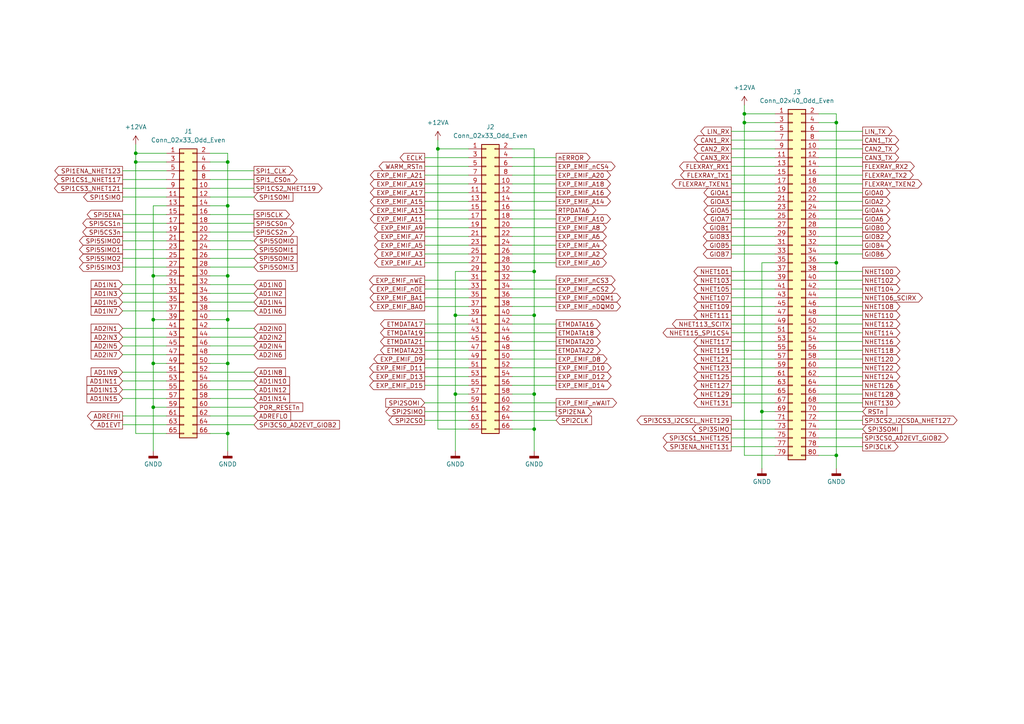
<source format=kicad_sch>
(kicad_sch (version 20211123) (generator eeschema)
  (paper "A4")
  (title_block (title "TMS570_Connector") (date "2022-07-01") (rev "rev01"))
  (lib_symbols
    (symbol "+12VA_1" (power) (pin_names (offset 0))
      (property "Value" "+12VA_1" (at 0 3.556 0))
      (symbol "+12VA_1_1_1"
        (pin power_in line (at 0 0 90) (length 0) hide (name "+12VA") (number "1"))
      )
    )
    (symbol "+12VA_2" (power) (pin_names (offset 0))
      (property "Value" "+12VA_2" (at 0 3.556 0))
      (symbol "+12VA_2_1_1"
        (pin power_in line (at 0 0 90) (length 0) hide (name "+12VA") (number "1"))
      )
    )
    (symbol "Connector_Generic:Conn_02x33_Odd_Even" (pin_names (offset 1.016) hide)
      (property "Reference" "J" (at 1.27 43.18 0))
      (property "Value" "Conn_02x33_Odd_Even" (at 1.27 -43.18 0))
      (symbol "Conn_02x33_Odd_Even_1_1"
        (pin passive line (at -5.08 40.64 0) (length 3.81) (name "Pin_1") (number "1"))
        (pin passive line (at 7.62 30.48 180) (length 3.81) (name "Pin_10") (number "10"))
        (pin passive line (at -5.08 27.94 0) (length 3.81) (name "Pin_11") (number "11"))
        (pin passive line (at 7.62 27.94 180) (length 3.81) (name "Pin_12") (number "12"))
        (pin passive line (at -5.08 25.4 0) (length 3.81) (name "Pin_13") (number "13"))
        (pin passive line (at 7.62 25.4 180) (length 3.81) (name "Pin_14") (number "14"))
        (pin passive line (at -5.08 22.86 0) (length 3.81) (name "Pin_15") (number "15"))
        (pin passive line (at 7.62 22.86 180) (length 3.81) (name "Pin_16") (number "16"))
        (pin passive line (at -5.08 20.32 0) (length 3.81) (name "Pin_17") (number "17"))
        (pin passive line (at 7.62 20.32 180) (length 3.81) (name "Pin_18") (number "18"))
        (pin passive line (at -5.08 17.78 0) (length 3.81) (name "Pin_19") (number "19"))
        (pin passive line (at 7.62 40.64 180) (length 3.81) (name "Pin_2") (number "2"))
        (pin passive line (at 7.62 17.78 180) (length 3.81) (name "Pin_20") (number "20"))
        (pin passive line (at -5.08 15.24 0) (length 3.81) (name "Pin_21") (number "21"))
        (pin passive line (at 7.62 15.24 180) (length 3.81) (name "Pin_22") (number "22"))
        (pin passive line (at -5.08 12.7 0) (length 3.81) (name "Pin_23") (number "23"))
        (pin passive line (at 7.62 12.7 180) (length 3.81) (name "Pin_24") (number "24"))
        (pin passive line (at -5.08 10.16 0) (length 3.81) (name "Pin_25") (number "25"))
        (pin passive line (at 7.62 10.16 180) (length 3.81) (name "Pin_26") (number "26"))
        (pin passive line (at -5.08 7.62 0) (length 3.81) (name "Pin_27") (number "27"))
        (pin passive line (at 7.62 7.62 180) (length 3.81) (name "Pin_28") (number "28"))
        (pin passive line (at -5.08 5.08 0) (length 3.81) (name "Pin_29") (number "29"))
        (pin passive line (at -5.08 38.1 0) (length 3.81) (name "Pin_3") (number "3"))
        (pin passive line (at 7.62 5.08 180) (length 3.81) (name "Pin_30") (number "30"))
        (pin passive line (at -5.08 2.54 0) (length 3.81) (name "Pin_31") (number "31"))
        (pin passive line (at 7.62 2.54 180) (length 3.81) (name "Pin_32") (number "32"))
        (pin passive line (at -5.08 0 0) (length 3.81) (name "Pin_33") (number "33"))
        (pin passive line (at 7.62 0 180) (length 3.81) (name "Pin_34") (number "34"))
        (pin passive line (at -5.08 -2.54 0) (length 3.81) (name "Pin_35") (number "35"))
        (pin passive line (at 7.62 -2.54 180) (length 3.81) (name "Pin_36") (number "36"))
        (pin passive line (at -5.08 -5.08 0) (length 3.81) (name "Pin_37") (number "37"))
        (pin passive line (at 7.62 -5.08 180) (length 3.81) (name "Pin_38") (number "38"))
        (pin passive line (at -5.08 -7.62 0) (length 3.81) (name "Pin_39") (number "39"))
        (pin passive line (at 7.62 38.1 180) (length 3.81) (name "Pin_4") (number "4"))
        (pin passive line (at 7.62 -7.62 180) (length 3.81) (name "Pin_40") (number "40"))
        (pin passive line (at -5.08 -10.16 0) (length 3.81) (name "Pin_41") (number "41"))
        (pin passive line (at 7.62 -10.16 180) (length 3.81) (name "Pin_42") (number "42"))
        (pin passive line (at -5.08 -12.7 0) (length 3.81) (name "Pin_43") (number "43"))
        (pin passive line (at 7.62 -12.7 180) (length 3.81) (name "Pin_44") (number "44"))
        (pin passive line (at -5.08 -15.24 0) (length 3.81) (name "Pin_45") (number "45"))
        (pin passive line (at 7.62 -15.24 180) (length 3.81) (name "Pin_46") (number "46"))
        (pin passive line (at -5.08 -17.78 0) (length 3.81) (name "Pin_47") (number "47"))
        (pin passive line (at 7.62 -17.78 180) (length 3.81) (name "Pin_48") (number "48"))
        (pin passive line (at -5.08 -20.32 0) (length 3.81) (name "Pin_49") (number "49"))
        (pin passive line (at -5.08 35.56 0) (length 3.81) (name "Pin_5") (number "5"))
        (pin passive line (at 7.62 -20.32 180) (length 3.81) (name "Pin_50") (number "50"))
        (pin passive line (at -5.08 -22.86 0) (length 3.81) (name "Pin_51") (number "51"))
        (pin passive line (at 7.62 -22.86 180) (length 3.81) (name "Pin_52") (number "52"))
        (pin passive line (at -5.08 -25.4 0) (length 3.81) (name "Pin_53") (number "53"))
        (pin passive line (at 7.62 -25.4 180) (length 3.81) (name "Pin_54") (number "54"))
        (pin passive line (at -5.08 -27.94 0) (length 3.81) (name "Pin_55") (number "55"))
        (pin passive line (at 7.62 -27.94 180) (length 3.81) (name "Pin_56") (number "56"))
        (pin passive line (at -5.08 -30.48 0) (length 3.81) (name "Pin_57") (number "57"))
        (pin passive line (at 7.62 -30.48 180) (length 3.81) (name "Pin_58") (number "58"))
        (pin passive line (at -5.08 -33.02 0) (length 3.81) (name "Pin_59") (number "59"))
        (pin passive line (at 7.62 35.56 180) (length 3.81) (name "Pin_6") (number "6"))
        (pin passive line (at 7.62 -33.02 180) (length 3.81) (name "Pin_60") (number "60"))
        (pin passive line (at -5.08 -35.56 0) (length 3.81) (name "Pin_61") (number "61"))
        (pin passive line (at 7.62 -35.56 180) (length 3.81) (name "Pin_62") (number "62"))
        (pin passive line (at -5.08 -38.1 0) (length 3.81) (name "Pin_63") (number "63"))
        (pin passive line (at 7.62 -38.1 180) (length 3.81) (name "Pin_64") (number "64"))
        (pin passive line (at -5.08 -40.64 0) (length 3.81) (name "Pin_65") (number "65"))
        (pin passive line (at 7.62 -40.64 180) (length 3.81) (name "Pin_66") (number "66"))
        (pin passive line (at -5.08 33.02 0) (length 3.81) (name "Pin_7") (number "7"))
        (pin passive line (at 7.62 33.02 180) (length 3.81) (name "Pin_8") (number "8"))
        (pin passive line (at -5.08 30.48 0) (length 3.81) (name "Pin_9") (number "9"))
      )
    )
    (symbol "Connector_Generic:Conn_02x40_Odd_Even" (pin_names (offset 1.016) hide)
      (property "Reference" "J" (at 1.27 50.8 0))
      (property "Value" "Conn_02x40_Odd_Even" (at 1.27 -53.34 0))
      (symbol "Conn_02x40_Odd_Even_1_1"
        (pin passive line (at -5.08 48.26 0) (length 3.81) (name "Pin_1") (number "1"))
        (pin passive line (at 7.62 38.1 180) (length 3.81) (name "Pin_10") (number "10"))
        (pin passive line (at -5.08 35.56 0) (length 3.81) (name "Pin_11") (number "11"))
        (pin passive line (at 7.62 35.56 180) (length 3.81) (name "Pin_12") (number "12"))
        (pin passive line (at -5.08 33.02 0) (length 3.81) (name "Pin_13") (number "13"))
        (pin passive line (at 7.62 33.02 180) (length 3.81) (name "Pin_14") (number "14"))
        (pin passive line (at -5.08 30.48 0) (length 3.81) (name "Pin_15") (number "15"))
        (pin passive line (at 7.62 30.48 180) (length 3.81) (name "Pin_16") (number "16"))
        (pin passive line (at -5.08 27.94 0) (length 3.81) (name "Pin_17") (number "17"))
        (pin passive line (at 7.62 27.94 180) (length 3.81) (name "Pin_18") (number "18"))
        (pin passive line (at -5.08 25.4 0) (length 3.81) (name "Pin_19") (number "19"))
        (pin passive line (at 7.62 48.26 180) (length 3.81) (name "Pin_2") (number "2"))
        (pin passive line (at 7.62 25.4 180) (length 3.81) (name "Pin_20") (number "20"))
        (pin passive line (at -5.08 22.86 0) (length 3.81) (name "Pin_21") (number "21"))
        (pin passive line (at 7.62 22.86 180) (length 3.81) (name "Pin_22") (number "22"))
        (pin passive line (at -5.08 20.32 0) (length 3.81) (name "Pin_23") (number "23"))
        (pin passive line (at 7.62 20.32 180) (length 3.81) (name "Pin_24") (number "24"))
        (pin passive line (at -5.08 17.78 0) (length 3.81) (name "Pin_25") (number "25"))
        (pin passive line (at 7.62 17.78 180) (length 3.81) (name "Pin_26") (number "26"))
        (pin passive line (at -5.08 15.24 0) (length 3.81) (name "Pin_27") (number "27"))
        (pin passive line (at 7.62 15.24 180) (length 3.81) (name "Pin_28") (number "28"))
        (pin passive line (at -5.08 12.7 0) (length 3.81) (name "Pin_29") (number "29"))
        (pin passive line (at -5.08 45.72 0) (length 3.81) (name "Pin_3") (number "3"))
        (pin passive line (at 7.62 12.7 180) (length 3.81) (name "Pin_30") (number "30"))
        (pin passive line (at -5.08 10.16 0) (length 3.81) (name "Pin_31") (number "31"))
        (pin passive line (at 7.62 10.16 180) (length 3.81) (name "Pin_32") (number "32"))
        (pin passive line (at -5.08 7.62 0) (length 3.81) (name "Pin_33") (number "33"))
        (pin passive line (at 7.62 7.62 180) (length 3.81) (name "Pin_34") (number "34"))
        (pin passive line (at -5.08 5.08 0) (length 3.81) (name "Pin_35") (number "35"))
        (pin passive line (at 7.62 5.08 180) (length 3.81) (name "Pin_36") (number "36"))
        (pin passive line (at -5.08 2.54 0) (length 3.81) (name "Pin_37") (number "37"))
        (pin passive line (at 7.62 2.54 180) (length 3.81) (name "Pin_38") (number "38"))
        (pin passive line (at -5.08 0 0) (length 3.81) (name "Pin_39") (number "39"))
        (pin passive line (at 7.62 45.72 180) (length 3.81) (name "Pin_4") (number "4"))
        (pin passive line (at 7.62 0 180) (length 3.81) (name "Pin_40") (number "40"))
        (pin passive line (at -5.08 -2.54 0) (length 3.81) (name "Pin_41") (number "41"))
        (pin passive line (at 7.62 -2.54 180) (length 3.81) (name "Pin_42") (number "42"))
        (pin passive line (at -5.08 -5.08 0) (length 3.81) (name "Pin_43") (number "43"))
        (pin passive line (at 7.62 -5.08 180) (length 3.81) (name "Pin_44") (number "44"))
        (pin passive line (at -5.08 -7.62 0) (length 3.81) (name "Pin_45") (number "45"))
        (pin passive line (at 7.62 -7.62 180) (length 3.81) (name "Pin_46") (number "46"))
        (pin passive line (at -5.08 -10.16 0) (length 3.81) (name "Pin_47") (number "47"))
        (pin passive line (at 7.62 -10.16 180) (length 3.81) (name "Pin_48") (number "48"))
        (pin passive line (at -5.08 -12.7 0) (length 3.81) (name "Pin_49") (number "49"))
        (pin passive line (at -5.08 43.18 0) (length 3.81) (name "Pin_5") (number "5"))
        (pin passive line (at 7.62 -12.7 180) (length 3.81) (name "Pin_50") (number "50"))
        (pin passive line (at -5.08 -15.24 0) (length 3.81) (name "Pin_51") (number "51"))
        (pin passive line (at 7.62 -15.24 180) (length 3.81) (name "Pin_52") (number "52"))
        (pin passive line (at -5.08 -17.78 0) (length 3.81) (name "Pin_53") (number "53"))
        (pin passive line (at 7.62 -17.78 180) (length 3.81) (name "Pin_54") (number "54"))
        (pin passive line (at -5.08 -20.32 0) (length 3.81) (name "Pin_55") (number "55"))
        (pin passive line (at 7.62 -20.32 180) (length 3.81) (name "Pin_56") (number "56"))
        (pin passive line (at -5.08 -22.86 0) (length 3.81) (name "Pin_57") (number "57"))
        (pin passive line (at 7.62 -22.86 180) (length 3.81) (name "Pin_58") (number "58"))
        (pin passive line (at -5.08 -25.4 0) (length 3.81) (name "Pin_59") (number "59"))
        (pin passive line (at 7.62 43.18 180) (length 3.81) (name "Pin_6") (number "6"))
        (pin passive line (at 7.62 -25.4 180) (length 3.81) (name "Pin_60") (number "60"))
        (pin passive line (at -5.08 -27.94 0) (length 3.81) (name "Pin_61") (number "61"))
        (pin passive line (at 7.62 -27.94 180) (length 3.81) (name "Pin_62") (number "62"))
        (pin passive line (at -5.08 -30.48 0) (length 3.81) (name "Pin_63") (number "63"))
        (pin passive line (at 7.62 -30.48 180) (length 3.81) (name "Pin_64") (number "64"))
        (pin passive line (at -5.08 -33.02 0) (length 3.81) (name "Pin_65") (number "65"))
        (pin passive line (at 7.62 -33.02 180) (length 3.81) (name "Pin_66") (number "66"))
        (pin passive line (at -5.08 -35.56 0) (length 3.81) (name "Pin_67") (number "67"))
        (pin passive line (at 7.62 -35.56 180) (length 3.81) (name "Pin_68") (number "68"))
        (pin passive line (at -5.08 -38.1 0) (length 3.81) (name "Pin_69") (number "69"))
        (pin passive line (at -5.08 40.64 0) (length 3.81) (name "Pin_7") (number "7"))
        (pin passive line (at 7.62 -38.1 180) (length 3.81) (name "Pin_70") (number "70"))
        (pin passive line (at -5.08 -40.64 0) (length 3.81) (name "Pin_71") (number "71"))
        (pin passive line (at 7.62 -40.64 180) (length 3.81) (name "Pin_72") (number "72"))
        (pin passive line (at -5.08 -43.18 0) (length 3.81) (name "Pin_73") (number "73"))
        (pin passive line (at 7.62 -43.18 180) (length 3.81) (name "Pin_74") (number "74"))
        (pin passive line (at -5.08 -45.72 0) (length 3.81) (name "Pin_75") (number "75"))
        (pin passive line (at 7.62 -45.72 180) (length 3.81) (name "Pin_76") (number "76"))
        (pin passive line (at -5.08 -48.26 0) (length 3.81) (name "Pin_77") (number "77"))
        (pin passive line (at 7.62 -48.26 180) (length 3.81) (name "Pin_78") (number "78"))
        (pin passive line (at -5.08 -50.8 0) (length 3.81) (name "Pin_79") (number "79"))
        (pin passive line (at 7.62 40.64 180) (length 3.81) (name "Pin_8") (number "8"))
        (pin passive line (at 7.62 -50.8 180) (length 3.81) (name "Pin_80") (number "80"))
        (pin passive line (at -5.08 38.1 0) (length 3.81) (name "Pin_9") (number "9"))
      )
    )
    (symbol "power:+12VA" (power) (pin_names (offset 0))
      (property "Value" "+12VA" (at 0 3.556 0))
      (symbol "+12VA_1_1"
        (pin power_in line (at 0 0 90) (length 0) hide (name "+12VA") (number "1"))
      )
    )
    (symbol "power:GNDD" (power) (pin_names (offset 0))
      (property "Value" "GNDD" (at 0 -3.175 0))
      (symbol "GNDD_1_1"
        (pin power_in line (at 0 0 270) (length 0) hide (name "GNDD") (number "1"))
      )
    )
  )
  (junction (at 154.94 91.44))
  (junction (at 220.98 119.38))
  (junction (at 242.57 76.2))
  (junction (at 132.08 114.3))
  (junction (at 154.94 78.74))
  (junction (at 39.37 46.99))
  (junction (at 44.45 92.71))
  (junction (at 242.57 132.08))
  (junction (at 215.9 35.56))
  (junction (at 66.04 46.99))
  (junction (at 66.04 80.01))
  (junction (at 66.04 92.71))
  (junction (at 44.45 105.41))
  (junction (at 242.57 35.56))
  (junction (at 39.37 44.45))
  (junction (at 66.04 105.41))
  (junction (at 215.9 33.02))
  (junction (at 44.45 80.01))
  (junction (at 154.94 114.3))
  (junction (at 132.08 91.44))
  (junction (at 66.04 59.69))
  (junction (at 154.94 124.46))
  (junction (at 44.45 118.11))
  (junction (at 66.04 125.73))
  (junction (at 127 43.18))
  (wire (pts (xy 35.56 74.93) (xy 48.26 74.93)))
  (wire (pts (xy 60.96 57.15) (xy 73.66 57.15)))
  (wire (pts (xy 135.89 124.46) (xy 127 124.46)))
  (wire (pts (xy 123.19 99.06) (xy 135.89 99.06)))
  (wire (pts (xy 250.19 124.46) (xy 237.49 124.46)))
  (wire (pts (xy 35.56 87.63) (xy 48.26 87.63)))
  (wire (pts (xy 212.09 114.3) (xy 224.79 114.3)))
  (wire (pts (xy 60.96 110.49) (xy 73.66 110.49)))
  (wire (pts (xy 123.19 45.72) (xy 135.89 45.72)))
  (wire (pts (xy 123.19 119.38) (xy 135.89 119.38)))
  (wire (pts (xy 212.09 60.96) (xy 224.79 60.96)))
  (wire (pts (xy 212.09 45.72) (xy 224.79 45.72)))
  (wire (pts (xy 60.96 90.17) (xy 73.66 90.17)))
  (wire (pts (xy 60.96 120.65) (xy 73.66 120.65)))
  (wire (pts (xy 60.96 115.57) (xy 73.66 115.57)))
  (wire (pts (xy 60.96 92.71) (xy 66.04 92.71)))
  (wire (pts (xy 212.09 58.42) (xy 224.79 58.42)))
  (wire (pts (xy 44.45 105.41) (xy 44.45 118.11)))
  (wire (pts (xy 123.19 83.82) (xy 135.89 83.82)))
  (wire (pts (xy 242.57 132.08) (xy 242.57 76.2)))
  (wire (pts (xy 237.49 76.2) (xy 242.57 76.2)))
  (wire (pts (xy 250.19 93.98) (xy 237.49 93.98)))
  (wire (pts (xy 48.26 125.73) (xy 39.37 125.73)))
  (wire (pts (xy 123.19 116.84) (xy 135.89 116.84)))
  (wire (pts (xy 127 43.18) (xy 135.89 43.18)))
  (wire (pts (xy 161.29 48.26) (xy 148.59 48.26)))
  (wire (pts (xy 60.96 102.87) (xy 73.66 102.87)))
  (wire (pts (xy 161.29 63.5) (xy 148.59 63.5)))
  (wire (pts (xy 161.29 106.68) (xy 148.59 106.68)))
  (wire (pts (xy 60.96 85.09) (xy 73.66 85.09)))
  (wire (pts (xy 250.19 111.76) (xy 237.49 111.76)))
  (wire (pts (xy 161.29 99.06) (xy 148.59 99.06)))
  (wire (pts (xy 161.29 101.6) (xy 148.59 101.6)))
  (wire (pts (xy 148.59 124.46) (xy 154.94 124.46)))
  (wire (pts (xy 212.09 73.66) (xy 224.79 73.66)))
  (wire (pts (xy 220.98 119.38) (xy 220.98 135.89)))
  (wire (pts (xy 123.19 53.34) (xy 135.89 53.34)))
  (wire (pts (xy 212.09 96.52) (xy 224.79 96.52)))
  (wire (pts (xy 250.19 53.34) (xy 237.49 53.34)))
  (wire (pts (xy 39.37 44.45) (xy 48.26 44.45)))
  (wire (pts (xy 161.29 71.12) (xy 148.59 71.12)))
  (wire (pts (xy 123.19 58.42) (xy 135.89 58.42)))
  (wire (pts (xy 212.09 53.34) (xy 224.79 53.34)))
  (wire (pts (xy 250.19 48.26) (xy 237.49 48.26)))
  (wire (pts (xy 161.29 55.88) (xy 148.59 55.88)))
  (wire (pts (xy 123.19 81.28) (xy 135.89 81.28)))
  (wire (pts (xy 212.09 109.22) (xy 224.79 109.22)))
  (wire (pts (xy 220.98 76.2) (xy 220.98 119.38)))
  (wire (pts (xy 161.29 45.72) (xy 148.59 45.72)))
  (wire (pts (xy 212.09 66.04) (xy 224.79 66.04)))
  (wire (pts (xy 212.09 127) (xy 224.79 127)))
  (wire (pts (xy 123.19 50.8) (xy 135.89 50.8)))
  (wire (pts (xy 35.56 72.39) (xy 48.26 72.39)))
  (wire (pts (xy 215.9 30.48) (xy 215.9 33.02)))
  (wire (pts (xy 212.09 40.64) (xy 224.79 40.64)))
  (wire (pts (xy 148.59 114.3) (xy 154.94 114.3)))
  (wire (pts (xy 35.56 62.23) (xy 48.26 62.23)))
  (wire (pts (xy 60.96 72.39) (xy 73.66 72.39)))
  (wire (pts (xy 35.56 107.95) (xy 48.26 107.95)))
  (wire (pts (xy 39.37 41.91) (xy 39.37 44.45)))
  (wire (pts (xy 161.29 66.04) (xy 148.59 66.04)))
  (wire (pts (xy 60.96 44.45) (xy 66.04 44.45)))
  (wire (pts (xy 250.19 73.66) (xy 237.49 73.66)))
  (wire (pts (xy 35.56 95.25) (xy 48.26 95.25)))
  (wire (pts (xy 250.19 96.52) (xy 237.49 96.52)))
  (wire (pts (xy 212.09 68.58) (xy 224.79 68.58)))
  (wire (pts (xy 60.96 105.41) (xy 66.04 105.41)))
  (wire (pts (xy 35.56 64.77) (xy 48.26 64.77)))
  (wire (pts (xy 35.56 85.09) (xy 48.26 85.09)))
  (wire (pts (xy 66.04 92.71) (xy 66.04 105.41)))
  (wire (pts (xy 161.29 109.22) (xy 148.59 109.22)))
  (wire (pts (xy 161.29 86.36) (xy 148.59 86.36)))
  (wire (pts (xy 148.59 78.74) (xy 154.94 78.74)))
  (wire (pts (xy 161.29 104.14) (xy 148.59 104.14)))
  (wire (pts (xy 66.04 105.41) (xy 66.04 125.73)))
  (wire (pts (xy 60.96 67.31) (xy 73.66 67.31)))
  (wire (pts (xy 35.56 67.31) (xy 48.26 67.31)))
  (wire (pts (xy 212.09 93.98) (xy 224.79 93.98)))
  (wire (pts (xy 237.49 119.38) (xy 250.19 119.38)))
  (wire (pts (xy 123.19 96.52) (xy 135.89 96.52)))
  (wire (pts (xy 44.45 118.11) (xy 48.26 118.11)))
  (wire (pts (xy 154.94 78.74) (xy 154.94 91.44)))
  (wire (pts (xy 60.96 49.53) (xy 73.66 49.53)))
  (wire (pts (xy 123.19 121.92) (xy 135.89 121.92)))
  (wire (pts (xy 148.59 43.18) (xy 154.94 43.18)))
  (wire (pts (xy 161.29 60.96) (xy 148.59 60.96)))
  (wire (pts (xy 250.19 68.58) (xy 237.49 68.58)))
  (wire (pts (xy 250.19 91.44) (xy 237.49 91.44)))
  (wire (pts (xy 242.57 33.02) (xy 237.49 33.02)))
  (wire (pts (xy 212.09 81.28) (xy 224.79 81.28)))
  (wire (pts (xy 161.29 83.82) (xy 148.59 83.82)))
  (wire (pts (xy 35.56 120.65) (xy 48.26 120.65)))
  (wire (pts (xy 212.09 38.1) (xy 224.79 38.1)))
  (wire (pts (xy 44.45 118.11) (xy 44.45 130.81)))
  (wire (pts (xy 212.09 43.18) (xy 224.79 43.18)))
  (wire (pts (xy 123.19 48.26) (xy 135.89 48.26)))
  (wire (pts (xy 250.19 58.42) (xy 237.49 58.42)))
  (wire (pts (xy 212.09 48.26) (xy 224.79 48.26)))
  (wire (pts (xy 132.08 114.3) (xy 135.89 114.3)))
  (wire (pts (xy 35.56 97.79) (xy 48.26 97.79)))
  (wire (pts (xy 212.09 121.92) (xy 224.79 121.92)))
  (wire (pts (xy 242.57 35.56) (xy 242.57 33.02)))
  (wire (pts (xy 250.19 55.88) (xy 237.49 55.88)))
  (wire (pts (xy 35.56 90.17) (xy 48.26 90.17)))
  (wire (pts (xy 215.9 132.08) (xy 215.9 35.56)))
  (wire (pts (xy 35.56 69.85) (xy 48.26 69.85)))
  (wire (pts (xy 35.56 123.19) (xy 48.26 123.19)))
  (wire (pts (xy 123.19 55.88) (xy 135.89 55.88)))
  (wire (pts (xy 250.19 50.8) (xy 237.49 50.8)))
  (wire (pts (xy 123.19 66.04) (xy 135.89 66.04)))
  (wire (pts (xy 60.96 77.47) (xy 73.66 77.47)))
  (wire (pts (xy 35.56 113.03) (xy 48.26 113.03)))
  (wire (pts (xy 154.94 43.18) (xy 154.94 78.74)))
  (wire (pts (xy 161.29 76.2) (xy 148.59 76.2)))
  (wire (pts (xy 250.19 109.22) (xy 237.49 109.22)))
  (wire (pts (xy 224.79 132.08) (xy 215.9 132.08)))
  (wire (pts (xy 123.19 68.58) (xy 135.89 68.58)))
  (wire (pts (xy 212.09 83.82) (xy 224.79 83.82)))
  (wire (pts (xy 44.45 80.01) (xy 48.26 80.01)))
  (wire (pts (xy 148.59 91.44) (xy 154.94 91.44)))
  (wire (pts (xy 154.94 124.46) (xy 154.94 130.81)))
  (wire (pts (xy 250.19 129.54) (xy 237.49 129.54)))
  (wire (pts (xy 60.96 62.23) (xy 73.66 62.23)))
  (wire (pts (xy 161.29 58.42) (xy 148.59 58.42)))
  (wire (pts (xy 212.09 50.8) (xy 224.79 50.8)))
  (wire (pts (xy 215.9 33.02) (xy 215.9 35.56)))
  (wire (pts (xy 123.19 60.96) (xy 135.89 60.96)))
  (wire (pts (xy 123.19 88.9) (xy 135.89 88.9)))
  (wire (pts (xy 250.19 71.12) (xy 237.49 71.12)))
  (wire (pts (xy 250.19 78.74) (xy 237.49 78.74)))
  (wire (pts (xy 48.26 59.69) (xy 44.45 59.69)))
  (wire (pts (xy 161.29 68.58) (xy 148.59 68.58)))
  (wire (pts (xy 161.29 50.8) (xy 148.59 50.8)))
  (wire (pts (xy 161.29 119.38) (xy 148.59 119.38)))
  (wire (pts (xy 250.19 121.92) (xy 237.49 121.92)))
  (wire (pts (xy 212.09 106.68) (xy 224.79 106.68)))
  (wire (pts (xy 127 40.64) (xy 127 43.18)))
  (wire (pts (xy 123.19 86.36) (xy 135.89 86.36)))
  (wire (pts (xy 48.26 46.99) (xy 39.37 46.99)))
  (wire (pts (xy 132.08 91.44) (xy 132.08 114.3)))
  (wire (pts (xy 123.19 63.5) (xy 135.89 63.5)))
  (wire (pts (xy 212.09 86.36) (xy 224.79 86.36)))
  (wire (pts (xy 60.96 46.99) (xy 66.04 46.99)))
  (wire (pts (xy 161.29 88.9) (xy 148.59 88.9)))
  (wire (pts (xy 161.29 81.28) (xy 148.59 81.28)))
  (wire (pts (xy 212.09 99.06) (xy 224.79 99.06)))
  (wire (pts (xy 212.09 55.88) (xy 224.79 55.88)))
  (wire (pts (xy 123.19 76.2) (xy 135.89 76.2)))
  (wire (pts (xy 250.19 99.06) (xy 237.49 99.06)))
  (wire (pts (xy 60.96 125.73) (xy 66.04 125.73)))
  (wire (pts (xy 250.19 38.1) (xy 237.49 38.1)))
  (wire (pts (xy 66.04 125.73) (xy 66.04 130.81)))
  (wire (pts (xy 60.96 64.77) (xy 73.66 64.77)))
  (wire (pts (xy 161.29 53.34) (xy 148.59 53.34)))
  (wire (pts (xy 123.19 101.6) (xy 135.89 101.6)))
  (wire (pts (xy 212.09 71.12) (xy 224.79 71.12)))
  (wire (pts (xy 66.04 46.99) (xy 66.04 59.69)))
  (wire (pts (xy 35.56 57.15) (xy 48.26 57.15)))
  (wire (pts (xy 123.19 73.66) (xy 135.89 73.66)))
  (wire (pts (xy 35.56 110.49) (xy 48.26 110.49)))
  (wire (pts (xy 242.57 135.89) (xy 242.57 132.08)))
  (wire (pts (xy 123.19 106.68) (xy 135.89 106.68)))
  (wire (pts (xy 250.19 101.6) (xy 237.49 101.6)))
  (wire (pts (xy 66.04 80.01) (xy 66.04 92.71)))
  (wire (pts (xy 44.45 92.71) (xy 48.26 92.71)))
  (wire (pts (xy 60.96 118.11) (xy 73.66 118.11)))
  (wire (pts (xy 35.56 49.53) (xy 48.26 49.53)))
  (wire (pts (xy 35.56 54.61) (xy 48.26 54.61)))
  (wire (pts (xy 212.09 63.5) (xy 224.79 63.5)))
  (wire (pts (xy 35.56 52.07) (xy 48.26 52.07)))
  (wire (pts (xy 161.29 96.52) (xy 148.59 96.52)))
  (wire (pts (xy 212.09 116.84) (xy 224.79 116.84)))
  (wire (pts (xy 60.96 52.07) (xy 73.66 52.07)))
  (wire (pts (xy 132.08 78.74) (xy 132.08 91.44)))
  (wire (pts (xy 60.96 97.79) (xy 73.66 97.79)))
  (wire (pts (xy 212.09 88.9) (xy 224.79 88.9)))
  (wire (pts (xy 250.19 104.14) (xy 237.49 104.14)))
  (wire (pts (xy 250.19 81.28) (xy 237.49 81.28)))
  (wire (pts (xy 60.96 100.33) (xy 73.66 100.33)))
  (wire (pts (xy 215.9 35.56) (xy 224.79 35.56)))
  (wire (pts (xy 250.19 63.5) (xy 237.49 63.5)))
  (wire (pts (xy 132.08 114.3) (xy 132.08 130.81)))
  (wire (pts (xy 123.19 111.76) (xy 135.89 111.76)))
  (wire (pts (xy 66.04 59.69) (xy 66.04 80.01)))
  (wire (pts (xy 250.19 66.04) (xy 237.49 66.04)))
  (wire (pts (xy 237.49 35.56) (xy 242.57 35.56)))
  (wire (pts (xy 237.49 132.08) (xy 242.57 132.08)))
  (wire (pts (xy 35.56 82.55) (xy 48.26 82.55)))
  (wire (pts (xy 161.29 121.92) (xy 148.59 121.92)))
  (wire (pts (xy 250.19 116.84) (xy 237.49 116.84)))
  (wire (pts (xy 60.96 123.19) (xy 73.66 123.19)))
  (wire (pts (xy 161.29 111.76) (xy 148.59 111.76)))
  (wire (pts (xy 66.04 44.45) (xy 66.04 46.99)))
  (wire (pts (xy 250.19 60.96) (xy 237.49 60.96)))
  (wire (pts (xy 60.96 113.03) (xy 73.66 113.03)))
  (wire (pts (xy 212.09 101.6) (xy 224.79 101.6)))
  (wire (pts (xy 60.96 59.69) (xy 66.04 59.69)))
  (wire (pts (xy 60.96 69.85) (xy 73.66 69.85)))
  (wire (pts (xy 44.45 105.41) (xy 48.26 105.41)))
  (wire (pts (xy 123.19 104.14) (xy 135.89 104.14)))
  (wire (pts (xy 250.19 45.72) (xy 237.49 45.72)))
  (wire (pts (xy 250.19 83.82) (xy 237.49 83.82)))
  (wire (pts (xy 60.96 87.63) (xy 73.66 87.63)))
  (wire (pts (xy 212.09 129.54) (xy 224.79 129.54)))
  (wire (pts (xy 60.96 80.01) (xy 66.04 80.01)))
  (wire (pts (xy 60.96 82.55) (xy 73.66 82.55)))
  (wire (pts (xy 242.57 76.2) (xy 242.57 35.56)))
  (wire (pts (xy 35.56 102.87) (xy 48.26 102.87)))
  (wire (pts (xy 250.19 43.18) (xy 237.49 43.18)))
  (wire (pts (xy 224.79 76.2) (xy 220.98 76.2)))
  (wire (pts (xy 123.19 109.22) (xy 135.89 109.22)))
  (wire (pts (xy 161.29 116.84) (xy 148.59 116.84)))
  (wire (pts (xy 161.29 73.66) (xy 148.59 73.66)))
  (wire (pts (xy 35.56 77.47) (xy 48.26 77.47)))
  (wire (pts (xy 60.96 74.93) (xy 73.66 74.93)))
  (wire (pts (xy 161.29 93.98) (xy 148.59 93.98)))
  (wire (pts (xy 35.56 115.57) (xy 48.26 115.57)))
  (wire (pts (xy 212.09 91.44) (xy 224.79 91.44)))
  (wire (pts (xy 39.37 46.99) (xy 39.37 44.45)))
  (wire (pts (xy 250.19 86.36) (xy 237.49 86.36)))
  (wire (pts (xy 123.19 93.98) (xy 135.89 93.98)))
  (wire (pts (xy 35.56 100.33) (xy 48.26 100.33)))
  (wire (pts (xy 44.45 80.01) (xy 44.45 92.71)))
  (wire (pts (xy 215.9 33.02) (xy 224.79 33.02)))
  (wire (pts (xy 154.94 114.3) (xy 154.94 124.46)))
  (wire (pts (xy 127 43.18) (xy 127 124.46)))
  (wire (pts (xy 212.09 111.76) (xy 224.79 111.76)))
  (wire (pts (xy 212.09 124.46) (xy 224.79 124.46)))
  (wire (pts (xy 250.19 127) (xy 237.49 127)))
  (wire (pts (xy 44.45 59.69) (xy 44.45 80.01)))
  (wire (pts (xy 135.89 78.74) (xy 132.08 78.74)))
  (wire (pts (xy 224.79 119.38) (xy 220.98 119.38)))
  (wire (pts (xy 60.96 95.25) (xy 73.66 95.25)))
  (wire (pts (xy 250.19 114.3) (xy 237.49 114.3)))
  (wire (pts (xy 60.96 54.61) (xy 73.66 54.61)))
  (wire (pts (xy 39.37 125.73) (xy 39.37 46.99)))
  (wire (pts (xy 132.08 91.44) (xy 135.89 91.44)))
  (wire (pts (xy 44.45 92.71) (xy 44.45 105.41)))
  (wire (pts (xy 212.09 104.14) (xy 224.79 104.14)))
  (wire (pts (xy 154.94 91.44) (xy 154.94 114.3)))
  (wire (pts (xy 123.19 71.12) (xy 135.89 71.12)))
  (wire (pts (xy 212.09 78.74) (xy 224.79 78.74)))
  (wire (pts (xy 250.19 88.9) (xy 237.49 88.9)))
  (wire (pts (xy 250.19 106.68) (xy 237.49 106.68)))
  (wire (pts (xy 250.19 40.64) (xy 237.49 40.64)))
  (wire (pts (xy 60.96 107.95) (xy 73.66 107.95)))
  (global_label "NHET123" (shape output) (at 212.09 106.68 180) (property "시트 간 참조" "${INTERSHEET_REFS}" (effects hide)))
  (global_label "EXP_EMIF_A5" (shape output) (at 123.19 71.12 180) (property "시트 간 참조" "${INTERSHEET_REFS}" (effects hide)))
  (global_label "NHET108" (shape output) (at 250.19 88.9 0) (property "시트 간 참조" "${INTERSHEET_REFS}" (effects hide)))
  (global_label "NHET115_SPI1CS4" (shape output) (at 212.09 96.52 180) (property "시트 간 참조" "${INTERSHEET_REFS}" (effects hide)))
  (global_label "EXP_EMIF_A6" (shape output) (at 161.29 68.58 0) (property "시트 간 참조" "${INTERSHEET_REFS}" (effects hide)))
  (global_label "NHET125" (shape output) (at 212.09 109.22 180) (property "시트 간 참조" "${INTERSHEET_REFS}" (effects hide)))
  (global_label "EXP_EMIF_A4" (shape output) (at 161.29 71.12 0) (property "시트 간 참조" "${INTERSHEET_REFS}" (effects hide)))
  (global_label "GIOB0" (shape output) (at 250.19 66.04 0) (property "시트 간 참조" "${INTERSHEET_REFS}" (effects hide)))
  (global_label "AD1IN8" (shape input) (at 73.66 107.95 0) (property "시트 간 참조" "${INTERSHEET_REFS}" (effects hide)))
  (global_label "EXP_EMIF_D15" (shape output) (at 123.19 111.76 180) (property "시트 간 참조" "${INTERSHEET_REFS}" (effects hide)))
  (global_label "GIOA1" (shape output) (at 212.09 55.88 180) (property "시트 간 참조" "${INTERSHEET_REFS}" (effects hide)))
  (global_label "EXP_EMIF_nOE" (shape output) (at 123.19 83.82 180) (property "시트 간 참조" "${INTERSHEET_REFS}" (effects hide)))
  (global_label "EXP_EMIF_A9" (shape output) (at 123.19 66.04 180) (property "시트 간 참조" "${INTERSHEET_REFS}" (effects hide)))
  (global_label "NHET104" (shape output) (at 250.19 83.82 0) (property "시트 간 참조" "${INTERSHEET_REFS}" (effects hide)))
  (global_label "AD1IN12" (shape input) (at 73.66 113.03 0) (property "시트 간 참조" "${INTERSHEET_REFS}" (effects hide)))
  (global_label "AD1EVT" (shape output) (at 35.56 123.19 180) (property "시트 간 참조" "${INTERSHEET_REFS}" (effects hide)))
  (global_label "WARM_RSTn" (shape output) (at 123.19 48.26 180) (property "시트 간 참조" "${INTERSHEET_REFS}" (effects hide)))
  (global_label "EXP_EMIF_A7" (shape output) (at 123.19 68.58 180) (property "시트 간 참조" "${INTERSHEET_REFS}" (effects hide)))
  (global_label "AD2IN6" (shape input) (at 73.66 102.87 0) (property "시트 간 참조" "${INTERSHEET_REFS}" (effects hide)))
  (global_label "NHET109" (shape output) (at 212.09 88.9 180) (property "시트 간 참조" "${INTERSHEET_REFS}" (effects hide)))
  (global_label "GIOB7" (shape output) (at 212.09 73.66 180) (property "시트 간 참조" "${INTERSHEET_REFS}" (effects hide)))
  (global_label "NHET119" (shape output) (at 212.09 101.6 180) (property "시트 간 참조" "${INTERSHEET_REFS}" (effects hide)))
  (global_label "FLEXRAY_RX1" (shape output) (at 212.09 48.26 180) (property "시트 간 참조" "${INTERSHEET_REFS}" (effects hide)))
  (global_label "NHET121" (shape output) (at 212.09 104.14 180) (property "시트 간 참조" "${INTERSHEET_REFS}" (effects hide)))
  (global_label "RTPDATA6" (shape output) (at 161.29 60.96 0) (property "시트 간 참조" "${INTERSHEET_REFS}" (effects hide)))
  (global_label "EXP_EMIF_D13" (shape output) (at 123.19 109.22 180) (property "시트 간 참조" "${INTERSHEET_REFS}" (effects hide)))
  (global_label "EXP_EMIF_A1" (shape output) (at 123.19 76.2 180) (property "시트 간 참조" "${INTERSHEET_REFS}" (effects hide)))
  (global_label "SPI2ENA" (shape output) (at 161.29 119.38 0) (property "시트 간 참조" "${INTERSHEET_REFS}" (effects hide)))
  (global_label "EXP_EMIF_D10" (shape output) (at 161.29 106.68 0) (property "시트 간 참조" "${INTERSHEET_REFS}" (effects hide)))
  (global_label "NHET102" (shape output) (at 250.19 81.28 0) (property "시트 간 참조" "${INTERSHEET_REFS}" (effects hide)))
  (global_label "EXP_EMIF_A3" (shape output) (at 123.19 73.66 180) (property "시트 간 참조" "${INTERSHEET_REFS}" (effects hide)))
  (global_label "GIOA3" (shape output) (at 212.09 58.42 180) (property "시트 간 참조" "${INTERSHEET_REFS}" (effects hide)))
  (global_label "SPI1CS1_NHET117" (shape output) (at 35.56 52.07 180) (property "시트 간 참조" "${INTERSHEET_REFS}" (effects hide)))
  (global_label "GIOA2" (shape output) (at 250.19 58.42 0) (property "시트 간 참조" "${INTERSHEET_REFS}" (effects hide)))
  (global_label "NHET105" (shape output) (at 212.09 83.82 180) (property "시트 간 참조" "${INTERSHEET_REFS}" (effects hide)))
  (global_label "GIOB4" (shape output) (at 250.19 71.12 0) (property "시트 간 참조" "${INTERSHEET_REFS}" (effects hide)))
  (global_label "NHET114" (shape output) (at 250.19 96.52 0) (property "시트 간 참조" "${INTERSHEET_REFS}" (effects hide)))
  (global_label "FLEXRAY_TXEN2" (shape output) (at 250.19 53.34 0) (property "시트 간 참조" "${INTERSHEET_REFS}" (effects hide)))
  (global_label "GIOB3" (shape output) (at 212.09 68.58 180) (property "시트 간 참조" "${INTERSHEET_REFS}" (effects hide)))
  (global_label "SPI1_CLK" (shape output) (at 73.66 49.53 0) (property "시트 간 참조" "${INTERSHEET_REFS}" (effects hide)))
  (global_label "NHET100" (shape output) (at 250.19 78.74 0) (property "시트 간 참조" "${INTERSHEET_REFS}" (effects hide)))
  (global_label "NHET129" (shape output) (at 212.09 114.3 180) (property "시트 간 참조" "${INTERSHEET_REFS}" (effects hide)))
  (global_label "SPI5CS1n" (shape output) (at 35.56 64.77 180) (property "시트 간 참조" "${INTERSHEET_REFS}" (effects hide)))
  (global_label "SPI1SIMO" (shape output) (at 35.56 57.15 180) (property "시트 간 참조" "${INTERSHEET_REFS}" (effects hide)))
  (global_label "NHET106_SCIRX" (shape output) (at 250.19 86.36 0) (property "시트 간 참조" "${INTERSHEET_REFS}" (effects hide)))
  (global_label "NHET130" (shape output) (at 250.19 116.84 0) (property "시트 간 참조" "${INTERSHEET_REFS}" (effects hide)))
  (global_label "NHET101" (shape output) (at 212.09 78.74 180) (property "시트 간 참조" "${INTERSHEET_REFS}" (effects hide)))
  (global_label "EXP_EMIF_A20" (shape output) (at 161.29 50.8 0) (property "시트 간 참조" "${INTERSHEET_REFS}" (effects hide)))
  (global_label "nERROR" (shape output) (at 161.29 45.72 0) (property "시트 간 참조" "${INTERSHEET_REFS}" (effects hide)))
  (global_label "SPI3CS1_NHET125" (shape output) (at 212.09 127 180) (property "시트 간 참조" "${INTERSHEET_REFS}" (effects hide)))
  (global_label "LIN_RX" (shape output) (at 212.09 38.1 180) (property "시트 간 참조" "${INTERSHEET_REFS}" (effects hide)))
  (global_label "NHET122" (shape output) (at 250.19 106.68 0) (property "시트 간 참조" "${INTERSHEET_REFS}" (effects hide)))
  (global_label "CAN2_RX" (shape output) (at 212.09 43.18 180) (property "시트 간 참조" "${INTERSHEET_REFS}" (effects hide)))
  (global_label "EXP_EMIF_A18" (shape output) (at 161.29 53.34 0) (property "시트 간 참조" "${INTERSHEET_REFS}" (effects hide)))
  (global_label "EXP_EMIF_nWE" (shape output) (at 123.19 81.28 180) (property "시트 간 참조" "${INTERSHEET_REFS}" (effects hide)))
  (global_label "FLEXRAY_TXEN1" (shape output) (at 212.09 53.34 180) (property "시트 간 참조" "${INTERSHEET_REFS}" (effects hide)))
  (global_label "POR_RESETn" (shape input) (at 73.66 118.11 0) (property "시트 간 참조" "${INTERSHEET_REFS}" (effects hide)))
  (global_label "SPI5SIMO0" (shape output) (at 35.56 69.85 180) (property "시트 간 참조" "${INTERSHEET_REFS}" (effects hide)))
  (global_label "EXP_EMIF_BA0" (shape output) (at 123.19 88.9 180) (property "시트 간 참조" "${INTERSHEET_REFS}" (effects hide)))
  (global_label "SPI3CLK" (shape output) (at 250.19 129.54 0) (property "시트 간 참조" "${INTERSHEET_REFS}" (effects hide)))
  (global_label "AD1IN7" (shape input) (at 35.56 90.17 180) (property "시트 간 참조" "${INTERSHEET_REFS}" (effects hide)))
  (global_label "SPI3CS3_I2CSCL_NHET129" (shape output) (at 212.09 121.92 180) (property "시트 간 참조" "${INTERSHEET_REFS}" (effects hide)))
  (global_label "CAN1_RX" (shape output) (at 212.09 40.64 180) (property "시트 간 참조" "${INTERSHEET_REFS}" (effects hide)))
  (global_label "SPI3CS2_I2CSDA_NHET127" (shape output) (at 250.19 121.92 0) (property "시트 간 참조" "${INTERSHEET_REFS}" (effects hide)))
  (global_label "SPI1CS2_NHET119" (shape output) (at 73.66 54.61 0) (property "시트 간 참조" "${INTERSHEET_REFS}" (effects hide)))
  (global_label "AD2IN7" (shape input) (at 35.56 102.87 180) (property "시트 간 참조" "${INTERSHEET_REFS}" (effects hide)))
  (global_label "ETMDATA20" (shape output) (at 161.29 99.06 0) (property "시트 간 참조" "${INTERSHEET_REFS}" (effects hide)))
  (global_label "AD2IN3" (shape input) (at 35.56 97.79 180) (property "시트 간 참조" "${INTERSHEET_REFS}" (effects hide)))
  (global_label "EXP_EMIF_A17" (shape output) (at 123.19 55.88 180) (property "시트 간 참조" "${INTERSHEET_REFS}" (effects hide)))
  (global_label "EXP_EMIF_A19" (shape output) (at 123.19 53.34 180) (property "시트 간 참조" "${INTERSHEET_REFS}" (effects hide)))
  (global_label "AD1IN0" (shape input) (at 73.66 82.55 0) (property "시트 간 참조" "${INTERSHEET_REFS}" (effects hide)))
  (global_label "AD1IN1" (shape input) (at 35.56 82.55 180) (property "시트 간 참조" "${INTERSHEET_REFS}" (effects hide)))
  (global_label "EXP_EMIF_nDQM1" (shape output) (at 161.29 86.36 0) (property "시트 간 참조" "${INTERSHEET_REFS}" (effects hide)))
  (global_label "EXP_EMIF_A0" (shape output) (at 161.29 76.2 0) (property "시트 간 참조" "${INTERSHEET_REFS}" (effects hide)))
  (global_label "EXP_EMIF_D11" (shape output) (at 123.19 106.68 180) (property "시트 간 참조" "${INTERSHEET_REFS}" (effects hide)))
  (global_label "SPI3ENA_NHET131" (shape output) (at 212.09 129.54 180) (property "시트 간 참조" "${INTERSHEET_REFS}" (effects hide)))
  (global_label "AD1IN5" (shape input) (at 35.56 87.63 180) (property "시트 간 참조" "${INTERSHEET_REFS}" (effects hide)))
  (global_label "LIN_TX" (shape output) (at 250.19 38.1 0) (property "시트 간 참조" "${INTERSHEET_REFS}" (effects hide)))
  (global_label "FLEXRAY_TX1" (shape output) (at 212.09 50.8 180) (property "시트 간 참조" "${INTERSHEET_REFS}" (effects hide)))
  (global_label "SPI5SIMO1" (shape output) (at 35.56 72.39 180) (property "시트 간 참조" "${INTERSHEET_REFS}" (effects hide)))
  (global_label "NHET116" (shape output) (at 250.19 99.06 0) (property "시트 간 참조" "${INTERSHEET_REFS}" (effects hide)))
  (global_label "SPI5SIMO3" (shape output) (at 35.56 77.47 180) (property "시트 간 참조" "${INTERSHEET_REFS}" (effects hide)))
  (global_label "CAN1_TX" (shape output) (at 250.19 40.64 0) (property "시트 간 참조" "${INTERSHEET_REFS}" (effects hide)))
  (global_label "SPI5CLK" (shape output) (at 73.66 62.23 0) (property "시트 간 참조" "${INTERSHEET_REFS}" (effects hide)))
  (global_label "SPI5SOMI3" (shape input) (at 73.66 77.47 0) (property "시트 간 참조" "${INTERSHEET_REFS}" (effects hide)))
  (global_label "RSTn" (shape input) (at 250.19 119.38 0) (property "시트 간 참조" "${INTERSHEET_REFS}" (effects hide)))
  (global_label "FLEXRAY_RX2" (shape output) (at 250.19 48.26 0) (property "시트 간 참조" "${INTERSHEET_REFS}" (effects hide)))
  (global_label "SPI5SOMI1" (shape input) (at 73.66 72.39 0) (property "시트 간 참조" "${INTERSHEET_REFS}" (effects hide)))
  (global_label "AD2IN0" (shape input) (at 73.66 95.25 0) (property "시트 간 참조" "${INTERSHEET_REFS}" (effects hide)))
  (global_label "GIOA0" (shape output) (at 250.19 55.88 0) (property "시트 간 참조" "${INTERSHEET_REFS}" (effects hide)))
  (global_label "EXP_EMIF_D8" (shape output) (at 161.29 104.14 0) (property "시트 간 참조" "${INTERSHEET_REFS}" (effects hide)))
  (global_label "GIOB6" (shape output) (at 250.19 73.66 0) (property "시트 간 참조" "${INTERSHEET_REFS}" (effects hide)))
  (global_label "EXP_EMIF_A15" (shape output) (at 123.19 58.42 180) (property "시트 간 참조" "${INTERSHEET_REFS}" (effects hide)))
  (global_label "EXP_EMIF_nDQM0" (shape output) (at 161.29 88.9 0) (property "시트 간 참조" "${INTERSHEET_REFS}" (effects hide)))
  (global_label "SPI5SOMI2" (shape input) (at 73.66 74.93 0) (property "시트 간 참조" "${INTERSHEET_REFS}" (effects hide)))
  (global_label "EXP_EMIF_A8" (shape output) (at 161.29 66.04 0) (property "시트 간 참조" "${INTERSHEET_REFS}" (effects hide)))
  (global_label "CAN3_RX" (shape output) (at 212.09 45.72 180) (property "시트 간 참조" "${INTERSHEET_REFS}" (effects hide)))
  (global_label "CAN3_TX" (shape output) (at 250.19 45.72 0) (property "시트 간 참조" "${INTERSHEET_REFS}" (effects hide)))
  (global_label "SPI3CS0_AD2EVT_GIOB2" (shape input) (at 73.66 123.19 0) (property "시트 간 참조" "${INTERSHEET_REFS}" (effects hide)))
  (global_label "SPI1SOMI" (shape input) (at 73.66 57.15 0) (property "시트 간 참조" "${INTERSHEET_REFS}" (effects hide)))
  (global_label "EXP_EMIF_A16" (shape output) (at 161.29 55.88 0) (property "시트 간 참조" "${INTERSHEET_REFS}" (effects hide)))
  (global_label "SPI1ENA_NHET123" (shape output) (at 35.56 49.53 180) (property "시트 간 참조" "${INTERSHEET_REFS}" (effects hide)))
  (global_label "SPI5CS2n" (shape output) (at 73.66 67.31 0) (property "시트 간 참조" "${INTERSHEET_REFS}" (effects hide)))
  (global_label "EXP_EMIF_nCS4" (shape output) (at 161.29 48.26 0) (property "시트 간 참조" "${INTERSHEET_REFS}" (effects hide)))
  (global_label "SPI5CS3n" (shape output) (at 35.56 67.31 180) (property "시트 간 참조" "${INTERSHEET_REFS}" (effects hide)))
  (global_label "AD2IN5" (shape input) (at 35.56 100.33 180) (property "시트 간 참조" "${INTERSHEET_REFS}" (effects hide)))
  (global_label "AD1IN11" (shape input) (at 35.56 110.49 180) (property "시트 간 참조" "${INTERSHEET_REFS}" (effects hide)))
  (global_label "SPI5SOMI0" (shape input) (at 73.66 69.85 0) (property "시트 간 참조" "${INTERSHEET_REFS}" (effects hide)))
  (global_label "AD1IN6" (shape input) (at 73.66 90.17 0) (property "시트 간 참조" "${INTERSHEET_REFS}" (effects hide)))
  (global_label "NHET127" (shape output) (at 212.09 111.76 180) (property "시트 간 참조" "${INTERSHEET_REFS}" (effects hide)))
  (global_label "GIOB1" (shape output) (at 212.09 66.04 180) (property "시트 간 참조" "${INTERSHEET_REFS}" (effects hide)))
  (global_label "SPI5SIMO2" (shape output) (at 35.56 74.93 180) (property "시트 간 참조" "${INTERSHEET_REFS}" (effects hide)))
  (global_label "SPI2CS0" (shape output) (at 123.19 121.92 180) (property "시트 간 참조" "${INTERSHEET_REFS}" (effects hide)))
  (global_label "AD2IN4" (shape input) (at 73.66 100.33 0) (property "시트 간 참조" "${INTERSHEET_REFS}" (effects hide)))
  (global_label "AD1IN14" (shape input) (at 73.66 115.57 0) (property "시트 간 참조" "${INTERSHEET_REFS}" (effects hide)))
  (global_label "NHET120" (shape output) (at 250.19 104.14 0) (property "시트 간 참조" "${INTERSHEET_REFS}" (effects hide)))
  (global_label "NHET113_SCITX" (shape output) (at 212.09 93.98 180) (property "시트 간 참조" "${INTERSHEET_REFS}" (effects hide)))
  (global_label "NHET103" (shape output) (at 212.09 81.28 180) (property "시트 간 참조" "${INTERSHEET_REFS}" (effects hide)))
  (global_label "ETMDATA16" (shape output) (at 161.29 93.98 0) (property "시트 간 참조" "${INTERSHEET_REFS}" (effects hide)))
  (global_label "NHET118" (shape output) (at 250.19 101.6 0) (property "시트 간 참조" "${INTERSHEET_REFS}" (effects hide)))
  (global_label "AD1IN13" (shape input) (at 35.56 113.03 180) (property "시트 간 참조" "${INTERSHEET_REFS}" (effects hide)))
  (global_label "EXP_EMIF_D14" (shape output) (at 161.29 111.76 0) (property "시트 간 참조" "${INTERSHEET_REFS}" (effects hide)))
  (global_label "AD2IN2" (shape input) (at 73.66 97.79 0) (property "시트 간 참조" "${INTERSHEET_REFS}" (effects hide)))
  (global_label "NHET131" (shape output) (at 212.09 116.84 180) (property "시트 간 참조" "${INTERSHEET_REFS}" (effects hide)))
  (global_label "ADREFHI" (shape output) (at 35.56 120.65 180) (property "시트 간 참조" "${INTERSHEET_REFS}" (effects hide)))
  (global_label "AD1IN4" (shape input) (at 73.66 87.63 0) (property "시트 간 참조" "${INTERSHEET_REFS}" (effects hide)))
  (global_label "NHET112" (shape output) (at 250.19 93.98 0) (property "시트 간 참조" "${INTERSHEET_REFS}" (effects hide)))
  (global_label "NHET124" (shape output) (at 250.19 109.22 0) (property "시트 간 참조" "${INTERSHEET_REFS}" (effects hide)))
  (global_label "SPI5CS0n" (shape output) (at 73.66 64.77 0) (property "시트 간 참조" "${INTERSHEET_REFS}" (effects hide)))
  (global_label "NHET110" (shape output) (at 250.19 91.44 0) (property "시트 간 참조" "${INTERSHEET_REFS}" (effects hide)))
  (global_label "EXP_EMIF_nCS3" (shape output) (at 161.29 81.28 0) (property "시트 간 참조" "${INTERSHEET_REFS}" (effects hide)))
  (global_label "SPI5ENA" (shape output) (at 35.56 62.23 180) (property "시트 간 참조" "${INTERSHEET_REFS}" (effects hide)))
  (global_label "NHET126" (shape output) (at 250.19 111.76 0) (property "시트 간 참조" "${INTERSHEET_REFS}" (effects hide)))
  (global_label "SPI1CS3_NHET121" (shape output) (at 35.56 54.61 180) (property "시트 간 참조" "${INTERSHEET_REFS}" (effects hide)))
  (global_label "GIOB2" (shape output) (at 250.19 68.58 0) (property "시트 간 참조" "${INTERSHEET_REFS}" (effects hide)))
  (global_label "ECLK" (shape output) (at 123.19 45.72 180) (property "시트 간 참조" "${INTERSHEET_REFS}" (effects hide)))
  (global_label "NHET107" (shape output) (at 212.09 86.36 180) (property "시트 간 참조" "${INTERSHEET_REFS}" (effects hide)))
  (global_label "EXP_EMIF_nCS2" (shape output) (at 161.29 83.82 0) (property "시트 간 참조" "${INTERSHEET_REFS}" (effects hide)))
  (global_label "EXP_EMIF_D12" (shape output) (at 161.29 109.22 0) (property "시트 간 참조" "${INTERSHEET_REFS}" (effects hide)))
  (global_label "ADREFLO" (shape input) (at 73.66 120.65 0) (property "시트 간 참조" "${INTERSHEET_REFS}" (effects hide)))
  (global_label "ETMDATA21" (shape output) (at 123.19 99.06 180) (property "시트 간 참조" "${INTERSHEET_REFS}" (effects hide)))
  (global_label "ETMDATA22" (shape output) (at 161.29 101.6 0) (property "시트 간 참조" "${INTERSHEET_REFS}" (effects hide)))
  (global_label "EXP_EMIF_A13" (shape output) (at 123.19 60.96 180) (property "시트 간 참조" "${INTERSHEET_REFS}" (effects hide)))
  (global_label "ETMDATA18" (shape output) (at 161.29 96.52 0) (property "시트 간 참조" "${INTERSHEET_REFS}" (effects hide)))
  (global_label "ETMDATA19" (shape output) (at 123.19 96.52 180) (property "시트 간 참조" "${INTERSHEET_REFS}" (effects hide)))
  (global_label "EXP_EMIF_A2" (shape output) (at 161.29 73.66 0) (property "시트 간 참조" "${INTERSHEET_REFS}" (effects hide)))
  (global_label "AD1IN9" (shape input) (at 35.56 107.95 180) (property "시트 간 참조" "${INTERSHEET_REFS}" (effects hide)))
  (global_label "EXP_EMIF_nWAIT" (shape output) (at 161.29 116.84 0) (property "시트 간 참조" "${INTERSHEET_REFS}" (effects hide)))
  (global_label "SPI3SIMO" (shape output) (at 212.09 124.46 180) (property "시트 간 참조" "${INTERSHEET_REFS}" (effects hide)))
  (global_label "SPI2SIMO" (shape output) (at 123.19 119.38 180) (property "시트 간 참조" "${INTERSHEET_REFS}" (effects hide)))
  (global_label "EXP_EMIF_D9" (shape output) (at 123.19 104.14 180) (property "시트 간 참조" "${INTERSHEET_REFS}" (effects hide)))
  (global_label "EXP_EMIF_A21" (shape output) (at 123.19 50.8 180) (property "시트 간 참조" "${INTERSHEET_REFS}" (effects hide)))
  (global_label "EXP_EMIF_A14" (shape output) (at 161.29 58.42 0) (property "시트 간 참조" "${INTERSHEET_REFS}" (effects hide)))
  (global_label "SPI1_CS0n" (shape output) (at 73.66 52.07 0) (property "시트 간 참조" "${INTERSHEET_REFS}" (effects hide)))
  (global_label "ETMDATA23" (shape output) (at 123.19 101.6 180) (property "시트 간 참조" "${INTERSHEET_REFS}" (effects hide)))
  (global_label "AD1IN3" (shape input) (at 35.56 85.09 180) (property "시트 간 참조" "${INTERSHEET_REFS}" (effects hide)))
  (global_label "AD1IN15" (shape input) (at 35.56 115.57 180) (property "시트 간 참조" "${INTERSHEET_REFS}" (effects hide)))
  (global_label "EXP_EMIF_A11" (shape output) (at 123.19 63.5 180) (property "시트 간 참조" "${INTERSHEET_REFS}" (effects hide)))
  (global_label "CAN2_TX" (shape output) (at 250.19 43.18 0) (property "시트 간 참조" "${INTERSHEET_REFS}" (effects hide)))
  (global_label "NHET128" (shape output) (at 250.19 114.3 0) (property "시트 간 참조" "${INTERSHEET_REFS}" (effects hide)))
  (global_label "GIOA5" (shape output) (at 212.09 60.96 180) (property "시트 간 참조" "${INTERSHEET_REFS}" (effects hide)))
  (global_label "NHET111" (shape output) (at 212.09 91.44 180) (property "시트 간 참조" "${INTERSHEET_REFS}" (effects hide)))
  (global_label "SPI3SOMI" (shape input) (at 250.19 124.46 0) (property "시트 간 참조" "${INTERSHEET_REFS}" (effects hide)))
  (global_label "NHET117" (shape output) (at 212.09 99.06 180) (property "시트 간 참조" "${INTERSHEET_REFS}" (effects hide)))
  (global_label "SPI2CLK" (shape input) (at 161.29 121.92 0) (property "시트 간 참조" "${INTERSHEET_REFS}" (effects hide)))
  (global_label "AD1IN2" (shape input) (at 73.66 85.09 0) (property "시트 간 참조" "${INTERSHEET_REFS}" (effects hide)))
  (global_label "AD2IN1" (shape input) (at 35.56 95.25 180) (property "시트 간 참조" "${INTERSHEET_REFS}" (effects hide)))
  (global_label "GIOA7" (shape output) (at 212.09 63.5 180) (property "시트 간 참조" "${INTERSHEET_REFS}" (effects hide)))
  (global_label "FLEXRAY_TX2" (shape output) (at 250.19 50.8 0) (property "시트 간 참조" "${INTERSHEET_REFS}" (effects hide)))
  (global_label "GIOA4" (shape output) (at 250.19 60.96 0) (property "시트 간 참조" "${INTERSHEET_REFS}" (effects hide)))
  (global_label "GIOA6" (shape output) (at 250.19 63.5 0) (property "시트 간 참조" "${INTERSHEET_REFS}" (effects hide)))
  (global_label "SPI2SOMI" (shape input) (at 123.19 116.84 180) (property "시트 간 참조" "${INTERSHEET_REFS}" (effects hide)))
  (global_label "SPI3CS0_AD2EVT_GIOB2" (shape output) (at 250.19 127 0) (property "시트 간 참조" "${INTERSHEET_REFS}" (effects hide)))
  (global_label "ETMDATA17" (shape output) (at 123.19 93.98 180) (property "시트 간 참조" "${INTERSHEET_REFS}" (effects hide)))
  (global_label "AD1IN10" (shape input) (at 73.66 110.49 0) (property "시트 간 참조" "${INTERSHEET_REFS}" (effects hide)))
  (global_label "GIOB5" (shape output) (at 212.09 71.12 180) (property "시트 간 참조" "${INTERSHEET_REFS}" (effects hide)))
  (global_label "EXP_EMIF_A10" (shape output) (at 161.29 63.5 0) (property "시트 간 참조" "${INTERSHEET_REFS}" (effects hide)))
  (global_label "EXP_EMIF_BA1" (shape output) (at 123.19 86.36 180) (property "시트 간 참조" "${INTERSHEET_REFS}" (effects hide)))
  (symbol (lib_id "Connector_Generic:Conn_02x40_Odd_Even") (at 229.87 81.28 0) (unit 1)
    (property "Reference" "J3" (at 231.14 26.67 0))
    (property "Value" "Conn_02x40_Odd_Even" (at 231.14 29.21 0))
  )
  (symbol (lib_id "power:GNDD") (at 44.45 130.81 0) (unit 1)
    (property "Reference" "#PWR?" (effects hide))
    (property "Value" "GNDD" (at 44.45 134.62 0))
  )
  (symbol (lib_name "+12VA_2") (lib_id "power:+12VA") (at 215.9 30.48 0) (unit 1)
    (property "Reference" "#PWR07" (effects hide))
    (property "Value" "+12VA" (at 215.9 25.4 0))
  )
  (symbol (lib_id "power:GNDD") (at 220.98 135.89 0) (unit 1)
    (property "Reference" "#PWR?" (effects hide))
    (property "Value" "GNDD" (at 220.98 139.7 0))
  )
  (symbol (lib_id "power:GNDD") (at 242.57 135.89 0) (unit 1)
    (property "Reference" "#PWR?" (effects hide))
    (property "Value" "GNDD" (at 242.57 139.7 0))
  )
  (symbol (lib_id "power:+12VA") (at 127 40.64 0) (unit 1)
    (property "Reference" "#PWR04" (effects hide))
    (property "Value" "+12VA" (at 127 35.56 0))
  )
  (symbol (lib_id "power:GNDD") (at 66.04 130.81 0) (unit 1)
    (property "Reference" "#PWR?" (effects hide))
    (property "Value" "GNDD" (at 66.04 134.62 0))
  )
  (symbol (lib_id "power:GNDD") (at 132.08 130.81 0) (unit 1)
    (property "Reference" "#PWR?" (effects hide))
    (property "Value" "GNDD" (at 132.08 134.62 0))
  )
  (symbol (lib_id "Connector_Generic:Conn_02x33_Odd_Even") (at 53.34 85.09 0) (unit 1)
    (property "Reference" "J1" (at 54.61 38.1 0))
    (property "Value" "Conn_02x33_Odd_Even" (at 54.61 40.64 0))
  )
  (symbol (lib_name "+12VA_1") (lib_id "power:+12VA") (at 39.37 41.91 0) (unit 1)
    (property "Reference" "#PWR01" (effects hide))
    (property "Value" "+12VA" (at 39.37 36.83 0))
  )
  (symbol (lib_id "power:GNDD") (at 154.94 130.81 0) (unit 1)
    (property "Reference" "#PWR?" (effects hide))
    (property "Value" "GNDD" (at 154.94 134.62 0))
  )
  (symbol (lib_id "Connector_Generic:Conn_02x33_Odd_Even") (at 140.97 83.82 0) (unit 1)
    (property "Reference" "J2" (at 142.24 36.83 0))
    (property "Value" "Conn_02x33_Odd_Even" (at 142.24 39.37 0))
  )
)
</source>
